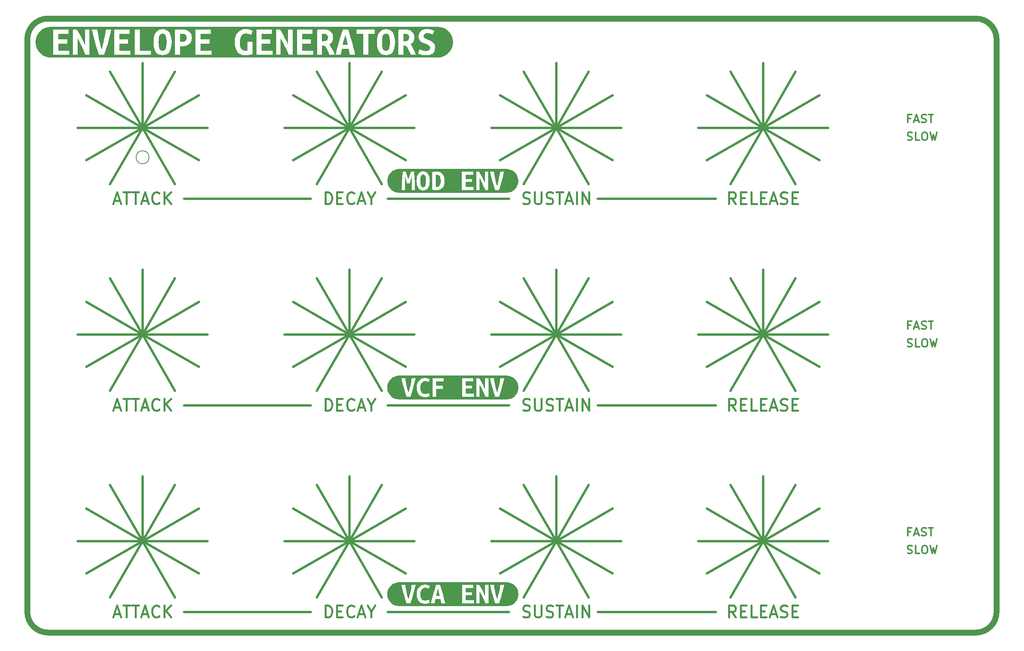
<source format=gto>
G04 #@! TF.GenerationSoftware,KiCad,Pcbnew,6.0.5+dfsg-1~bpo11+1*
G04 #@! TF.CreationDate,2022-08-10T11:56:57+00:00*
G04 #@! TF.ProjectId,ADSR_pcb_panel,41445352-5f70-4636-925f-70616e656c2e,0*
G04 #@! TF.SameCoordinates,Original*
G04 #@! TF.FileFunction,Legend,Top*
G04 #@! TF.FilePolarity,Positive*
%FSLAX46Y46*%
G04 Gerber Fmt 4.6, Leading zero omitted, Abs format (unit mm)*
G04 Created by KiCad (PCBNEW 6.0.5+dfsg-1~bpo11+1) date 2022-08-10 11:56:57*
%MOMM*%
%LPD*%
G01*
G04 APERTURE LIST*
%ADD10C,0.500000*%
%ADD11C,1.270000*%
%ADD12C,0.350000*%
%ADD13C,0.400000*%
%ADD14C,0.150000*%
%ADD15C,2.000000*%
G04 APERTURE END LIST*
D10*
X114935000Y-155575000D02*
X140970000Y-155575000D01*
X195580000Y-140335000D02*
X195580000Y-126365000D01*
X106680000Y-140335000D02*
X106680000Y-126365000D01*
X151130000Y-95885000D02*
X163228375Y-88900000D01*
D11*
X41910000Y-27940000D02*
X241300000Y-27939999D01*
D10*
X195580000Y-140335000D02*
X207678375Y-147320000D01*
X106680000Y-95885000D02*
X118778375Y-102870000D01*
X62230000Y-51435000D02*
X55245000Y-39336625D01*
X151130000Y-95885000D02*
X151130000Y-81915000D01*
X106680000Y-140335000D02*
X94581625Y-133350000D01*
X195580000Y-140335000D02*
X202565000Y-152433375D01*
X151130000Y-51435000D02*
X144145000Y-63533375D01*
X195580000Y-95885000D02*
X188595000Y-107983375D01*
X151130000Y-95885000D02*
X163228375Y-102870000D01*
X195580000Y-51435000D02*
X195580000Y-37465000D01*
X62230000Y-51435000D02*
X69215000Y-39336625D01*
X106680000Y-95885000D02*
X106680000Y-81915000D01*
X151130000Y-95885000D02*
X139031625Y-102870000D01*
X106680000Y-95885000D02*
X118778375Y-88900000D01*
X195580000Y-51435000D02*
X188595000Y-39336625D01*
X160020000Y-155575000D02*
X185420000Y-155575000D01*
X62230000Y-95885000D02*
X69215000Y-107983375D01*
X106680000Y-140335000D02*
X120650000Y-140335000D01*
X62230000Y-140335000D02*
X48260000Y-140335000D01*
X151130000Y-95885000D02*
X158115000Y-107983375D01*
X195580000Y-140335000D02*
X188595000Y-152433375D01*
X151130000Y-140335000D02*
X158115000Y-152433375D01*
X62230000Y-95885000D02*
X62230000Y-81915000D01*
X106680000Y-95885000D02*
X113665000Y-83786625D01*
X62230000Y-140335000D02*
X74328375Y-133350000D01*
X62230000Y-95885000D02*
X55245000Y-83786625D01*
X151130000Y-95885000D02*
X144145000Y-83786625D01*
X62230000Y-140335000D02*
X50131625Y-147320000D01*
X62230000Y-95885000D02*
X74328375Y-88900000D01*
X62230000Y-51435000D02*
X74328375Y-44450000D01*
X62230000Y-140335000D02*
X50131625Y-133350000D01*
X106680000Y-140335000D02*
X99695000Y-152433375D01*
X106680000Y-140335000D02*
X94581625Y-147320000D01*
X151130000Y-51435000D02*
X137160000Y-51435000D01*
X195580000Y-95885000D02*
X181610000Y-95885000D01*
X151130000Y-51435000D02*
X158115000Y-39336625D01*
X106680000Y-140335000D02*
X113665000Y-128236625D01*
D11*
X37465000Y-155575000D02*
G75*
G03*
X41910000Y-160020000I4445000J0D01*
G01*
D10*
X151130000Y-140335000D02*
X163228375Y-133350000D01*
X151130000Y-51435000D02*
X163228375Y-58420000D01*
X62230000Y-140335000D02*
X62230000Y-126365000D01*
X106680000Y-95885000D02*
X94581625Y-88900000D01*
X62230000Y-140335000D02*
X69215000Y-128236625D01*
X106680000Y-95885000D02*
X120650000Y-95885000D01*
X62230000Y-140335000D02*
X74328375Y-147320000D01*
X62230000Y-95885000D02*
X76200000Y-95885000D01*
X151130000Y-51435000D02*
X158115000Y-63533375D01*
X195580000Y-51435000D02*
X207678375Y-58420000D01*
X151130000Y-140335000D02*
X165100000Y-140335000D01*
X106680000Y-51435000D02*
X118778375Y-44450000D01*
X106680000Y-51435000D02*
X94581625Y-44450000D01*
X195580000Y-95885000D02*
X207678375Y-102870000D01*
X195580000Y-140335000D02*
X202565000Y-128236625D01*
X62230000Y-95885000D02*
X48260000Y-95885000D01*
X151130000Y-140335000D02*
X151130000Y-126365000D01*
X62230000Y-51435000D02*
X76200000Y-51435000D01*
X106680000Y-140335000D02*
X99695000Y-128236625D01*
X106680000Y-140335000D02*
X118778375Y-133350000D01*
X62230000Y-140335000D02*
X76200000Y-140335000D01*
X151130000Y-51435000D02*
X151130000Y-37465000D01*
X106680000Y-95885000D02*
X92710000Y-95885000D01*
X62230000Y-95885000D02*
X74328375Y-102870000D01*
X195580000Y-140335000D02*
X207678375Y-133350000D01*
X195580000Y-95885000D02*
X202565000Y-83786625D01*
X195580000Y-140335000D02*
X188595000Y-128236625D01*
X151130000Y-51435000D02*
X163228375Y-44450000D01*
X106680000Y-51435000D02*
X94581625Y-58420000D01*
X62230000Y-51435000D02*
X50131625Y-58420000D01*
X151130000Y-140335000D02*
X139031625Y-147320000D01*
X106680000Y-51435000D02*
X106680000Y-37465000D01*
X151130000Y-95885000D02*
X137160000Y-95885000D01*
X62230000Y-95885000D02*
X50131625Y-102870000D01*
X195580000Y-51435000D02*
X202565000Y-63533375D01*
X195580000Y-95885000D02*
X188595000Y-83786625D01*
X106680000Y-51435000D02*
X99695000Y-39336625D01*
D11*
X37465000Y-155575000D02*
X37465000Y-32385000D01*
D10*
X151130000Y-51435000D02*
X165100000Y-51435000D01*
X62230000Y-51435000D02*
X62230000Y-37465000D01*
X195580000Y-95885000D02*
X183481625Y-88900000D01*
X106680000Y-95885000D02*
X94581625Y-102870000D01*
X195580000Y-140335000D02*
X181610000Y-140335000D01*
X62230000Y-95885000D02*
X69215000Y-83786625D01*
X195580000Y-51435000D02*
X207678375Y-44450000D01*
X106680000Y-51435000D02*
X113665000Y-39336625D01*
X106680000Y-51435000D02*
X99695000Y-63533375D01*
X160020000Y-111125000D02*
X185420000Y-111125000D01*
X71120000Y-155575000D02*
X98425000Y-155575000D01*
X62230000Y-140335000D02*
X69215000Y-152433375D01*
X195580000Y-95885000D02*
X183481625Y-102870000D01*
X151130000Y-140335000D02*
X139031625Y-133350000D01*
X62230000Y-140335000D02*
X55245000Y-152433375D01*
X195580000Y-140335000D02*
X183481625Y-133350000D01*
X151130000Y-95885000D02*
X158115000Y-83786625D01*
X114935000Y-111125000D02*
X140970000Y-111125000D01*
X160020000Y-66675000D02*
X185420000Y-66675000D01*
X106680000Y-51435000D02*
X118778375Y-58420000D01*
X106680000Y-51435000D02*
X92710000Y-51435000D01*
X106680000Y-95885000D02*
X113665000Y-107983375D01*
X62230000Y-51435000D02*
X74328375Y-58420000D01*
X195580000Y-51435000D02*
X188595000Y-63533375D01*
D11*
X41910000Y-27940000D02*
G75*
G03*
X37465000Y-32385000I0J-4445000D01*
G01*
D10*
X106680000Y-51435000D02*
X113665000Y-63533375D01*
D11*
X245745001Y-32384999D02*
G75*
G03*
X241300000Y-27939999I-4445001J-1D01*
G01*
D10*
X106680000Y-95885000D02*
X99695000Y-83786625D01*
D11*
X241299999Y-160019999D02*
G75*
G03*
X245744999Y-155574999I1J4444999D01*
G01*
D10*
X62230000Y-95885000D02*
X55245000Y-107983375D01*
D11*
X245744999Y-155574999D02*
X245745000Y-32384999D01*
D10*
X62230000Y-51435000D02*
X55245000Y-63533375D01*
X62230000Y-140335000D02*
X55245000Y-128236625D01*
X195580000Y-140335000D02*
X183481625Y-147320000D01*
X71120000Y-111125000D02*
X98425000Y-111125000D01*
X151130000Y-51435000D02*
X139031625Y-58420000D01*
X195580000Y-51435000D02*
X183481625Y-58420000D01*
X106680000Y-51435000D02*
X120650000Y-51435000D01*
X106680000Y-140335000D02*
X118778375Y-147320000D01*
X195580000Y-95885000D02*
X195580000Y-81915000D01*
X151130000Y-140335000D02*
X137160000Y-140335000D01*
X62230000Y-51435000D02*
X48260000Y-51435000D01*
X151130000Y-140335000D02*
X144145000Y-152433375D01*
X71120000Y-66675000D02*
X98425000Y-66675000D01*
X106680000Y-95885000D02*
X99695000Y-107983375D01*
X106680000Y-140335000D02*
X92710000Y-140335000D01*
X151130000Y-95885000D02*
X165100000Y-95885000D01*
X195580000Y-95885000D02*
X202565000Y-107983375D01*
X195580000Y-51435000D02*
X183481625Y-44450000D01*
X195580000Y-51435000D02*
X202565000Y-39336625D01*
X151130000Y-95885000D02*
X139031625Y-88900000D01*
X62230000Y-51435000D02*
X50131625Y-44450000D01*
X195580000Y-51435000D02*
X209550000Y-51435000D01*
D11*
X41910000Y-160020000D02*
X241300000Y-160019999D01*
D10*
X62230000Y-95885000D02*
X50131625Y-88900000D01*
X106680000Y-140335000D02*
X113665000Y-152433375D01*
X151130000Y-51435000D02*
X139031625Y-44450000D01*
X195580000Y-51435000D02*
X181610000Y-51435000D01*
X151130000Y-95885000D02*
X144145000Y-107983375D01*
X151130000Y-140335000D02*
X144145000Y-128236625D01*
X151130000Y-140335000D02*
X158115000Y-128236625D01*
X114935000Y-66675000D02*
X140970000Y-66675000D01*
X195580000Y-95885000D02*
X209550000Y-95885000D01*
X151130000Y-140335000D02*
X163228375Y-147320000D01*
X151130000Y-51435000D02*
X144145000Y-39336625D01*
X195580000Y-95885000D02*
X207678375Y-88900000D01*
X62230000Y-51435000D02*
X69215000Y-63533375D01*
X195580000Y-140335000D02*
X209550000Y-140335000D01*
D12*
X226620833Y-98498333D02*
X226870833Y-98581666D01*
X227287500Y-98581666D01*
X227454166Y-98498333D01*
X227537500Y-98415000D01*
X227620833Y-98248333D01*
X227620833Y-98081666D01*
X227537500Y-97915000D01*
X227454166Y-97831666D01*
X227287500Y-97748333D01*
X226954166Y-97665000D01*
X226787500Y-97581666D01*
X226704166Y-97498333D01*
X226620833Y-97331666D01*
X226620833Y-97165000D01*
X226704166Y-96998333D01*
X226787500Y-96915000D01*
X226954166Y-96831666D01*
X227370833Y-96831666D01*
X227620833Y-96915000D01*
X229204166Y-98581666D02*
X228370833Y-98581666D01*
X228370833Y-96831666D01*
X230120833Y-96831666D02*
X230454166Y-96831666D01*
X230620833Y-96915000D01*
X230787500Y-97081666D01*
X230870833Y-97415000D01*
X230870833Y-97998333D01*
X230787500Y-98331666D01*
X230620833Y-98498333D01*
X230454166Y-98581666D01*
X230120833Y-98581666D01*
X229954166Y-98498333D01*
X229787500Y-98331666D01*
X229704166Y-97998333D01*
X229704166Y-97415000D01*
X229787500Y-97081666D01*
X229954166Y-96915000D01*
X230120833Y-96831666D01*
X231454166Y-96831666D02*
X231870833Y-98581666D01*
X232204166Y-97331666D01*
X232537500Y-98581666D01*
X232954166Y-96831666D01*
X227287500Y-138305000D02*
X226704166Y-138305000D01*
X226704166Y-139221666D02*
X226704166Y-137471666D01*
X227537500Y-137471666D01*
X228120833Y-138721666D02*
X228954166Y-138721666D01*
X227954166Y-139221666D02*
X228537500Y-137471666D01*
X229120833Y-139221666D01*
X229620833Y-139138333D02*
X229870833Y-139221666D01*
X230287500Y-139221666D01*
X230454166Y-139138333D01*
X230537500Y-139055000D01*
X230620833Y-138888333D01*
X230620833Y-138721666D01*
X230537500Y-138555000D01*
X230454166Y-138471666D01*
X230287500Y-138388333D01*
X229954166Y-138305000D01*
X229787500Y-138221666D01*
X229704166Y-138138333D01*
X229620833Y-137971666D01*
X229620833Y-137805000D01*
X229704166Y-137638333D01*
X229787500Y-137555000D01*
X229954166Y-137471666D01*
X230370833Y-137471666D01*
X230620833Y-137555000D01*
X231120833Y-137471666D02*
X232120833Y-137471666D01*
X231620833Y-139221666D02*
X231620833Y-137471666D01*
D13*
X143987142Y-67686904D02*
X144344285Y-67805952D01*
X144939523Y-67805952D01*
X145177619Y-67686904D01*
X145296666Y-67567857D01*
X145415714Y-67329761D01*
X145415714Y-67091666D01*
X145296666Y-66853571D01*
X145177619Y-66734523D01*
X144939523Y-66615476D01*
X144463333Y-66496428D01*
X144225238Y-66377380D01*
X144106190Y-66258333D01*
X143987142Y-66020238D01*
X143987142Y-65782142D01*
X144106190Y-65544047D01*
X144225238Y-65425000D01*
X144463333Y-65305952D01*
X145058571Y-65305952D01*
X145415714Y-65425000D01*
X146487142Y-65305952D02*
X146487142Y-67329761D01*
X146606190Y-67567857D01*
X146725238Y-67686904D01*
X146963333Y-67805952D01*
X147439523Y-67805952D01*
X147677619Y-67686904D01*
X147796666Y-67567857D01*
X147915714Y-67329761D01*
X147915714Y-65305952D01*
X148987142Y-67686904D02*
X149344285Y-67805952D01*
X149939523Y-67805952D01*
X150177619Y-67686904D01*
X150296666Y-67567857D01*
X150415714Y-67329761D01*
X150415714Y-67091666D01*
X150296666Y-66853571D01*
X150177619Y-66734523D01*
X149939523Y-66615476D01*
X149463333Y-66496428D01*
X149225238Y-66377380D01*
X149106190Y-66258333D01*
X148987142Y-66020238D01*
X148987142Y-65782142D01*
X149106190Y-65544047D01*
X149225238Y-65425000D01*
X149463333Y-65305952D01*
X150058571Y-65305952D01*
X150415714Y-65425000D01*
X151130000Y-65305952D02*
X152558571Y-65305952D01*
X151844285Y-67805952D02*
X151844285Y-65305952D01*
X153272857Y-67091666D02*
X154463333Y-67091666D01*
X153034761Y-67805952D02*
X153868095Y-65305952D01*
X154701428Y-67805952D01*
X155534761Y-67805952D02*
X155534761Y-65305952D01*
X156725238Y-67805952D02*
X156725238Y-65305952D01*
X158153809Y-67805952D01*
X158153809Y-65305952D01*
X56158571Y-111541666D02*
X57349047Y-111541666D01*
X55920476Y-112255952D02*
X56753809Y-109755952D01*
X57587142Y-112255952D01*
X58063333Y-109755952D02*
X59491904Y-109755952D01*
X58777619Y-112255952D02*
X58777619Y-109755952D01*
X59968095Y-109755952D02*
X61396666Y-109755952D01*
X60682380Y-112255952D02*
X60682380Y-109755952D01*
X62110952Y-111541666D02*
X63301428Y-111541666D01*
X61872857Y-112255952D02*
X62706190Y-109755952D01*
X63539523Y-112255952D01*
X65801428Y-112017857D02*
X65682380Y-112136904D01*
X65325238Y-112255952D01*
X65087142Y-112255952D01*
X64730000Y-112136904D01*
X64491904Y-111898809D01*
X64372857Y-111660714D01*
X64253809Y-111184523D01*
X64253809Y-110827380D01*
X64372857Y-110351190D01*
X64491904Y-110113095D01*
X64730000Y-109875000D01*
X65087142Y-109755952D01*
X65325238Y-109755952D01*
X65682380Y-109875000D01*
X65801428Y-109994047D01*
X66872857Y-112255952D02*
X66872857Y-109755952D01*
X68301428Y-112255952D02*
X67230000Y-110827380D01*
X68301428Y-109755952D02*
X66872857Y-111184523D01*
X189687142Y-67805952D02*
X188853809Y-66615476D01*
X188258571Y-67805952D02*
X188258571Y-65305952D01*
X189210952Y-65305952D01*
X189449047Y-65425000D01*
X189568095Y-65544047D01*
X189687142Y-65782142D01*
X189687142Y-66139285D01*
X189568095Y-66377380D01*
X189449047Y-66496428D01*
X189210952Y-66615476D01*
X188258571Y-66615476D01*
X190758571Y-66496428D02*
X191591904Y-66496428D01*
X191949047Y-67805952D02*
X190758571Y-67805952D01*
X190758571Y-65305952D01*
X191949047Y-65305952D01*
X194210952Y-67805952D02*
X193020476Y-67805952D01*
X193020476Y-65305952D01*
X195044285Y-66496428D02*
X195877619Y-66496428D01*
X196234761Y-67805952D02*
X195044285Y-67805952D01*
X195044285Y-65305952D01*
X196234761Y-65305952D01*
X197187142Y-67091666D02*
X198377619Y-67091666D01*
X196949047Y-67805952D02*
X197782380Y-65305952D01*
X198615714Y-67805952D01*
X199330000Y-67686904D02*
X199687142Y-67805952D01*
X200282380Y-67805952D01*
X200520476Y-67686904D01*
X200639523Y-67567857D01*
X200758571Y-67329761D01*
X200758571Y-67091666D01*
X200639523Y-66853571D01*
X200520476Y-66734523D01*
X200282380Y-66615476D01*
X199806190Y-66496428D01*
X199568095Y-66377380D01*
X199449047Y-66258333D01*
X199330000Y-66020238D01*
X199330000Y-65782142D01*
X199449047Y-65544047D01*
X199568095Y-65425000D01*
X199806190Y-65305952D01*
X200401428Y-65305952D01*
X200758571Y-65425000D01*
X201830000Y-66496428D02*
X202663333Y-66496428D01*
X203020476Y-67805952D02*
X201830000Y-67805952D01*
X201830000Y-65305952D01*
X203020476Y-65305952D01*
X101501428Y-156705952D02*
X101501428Y-154205952D01*
X102096666Y-154205952D01*
X102453809Y-154325000D01*
X102691904Y-154563095D01*
X102810952Y-154801190D01*
X102930000Y-155277380D01*
X102930000Y-155634523D01*
X102810952Y-156110714D01*
X102691904Y-156348809D01*
X102453809Y-156586904D01*
X102096666Y-156705952D01*
X101501428Y-156705952D01*
X104001428Y-155396428D02*
X104834761Y-155396428D01*
X105191904Y-156705952D02*
X104001428Y-156705952D01*
X104001428Y-154205952D01*
X105191904Y-154205952D01*
X107691904Y-156467857D02*
X107572857Y-156586904D01*
X107215714Y-156705952D01*
X106977619Y-156705952D01*
X106620476Y-156586904D01*
X106382380Y-156348809D01*
X106263333Y-156110714D01*
X106144285Y-155634523D01*
X106144285Y-155277380D01*
X106263333Y-154801190D01*
X106382380Y-154563095D01*
X106620476Y-154325000D01*
X106977619Y-154205952D01*
X107215714Y-154205952D01*
X107572857Y-154325000D01*
X107691904Y-154444047D01*
X108644285Y-155991666D02*
X109834761Y-155991666D01*
X108406190Y-156705952D02*
X109239523Y-154205952D01*
X110072857Y-156705952D01*
X111382380Y-155515476D02*
X111382380Y-156705952D01*
X110549047Y-154205952D02*
X111382380Y-155515476D01*
X112215714Y-154205952D01*
D12*
X227287500Y-93855000D02*
X226704166Y-93855000D01*
X226704166Y-94771666D02*
X226704166Y-93021666D01*
X227537500Y-93021666D01*
X228120833Y-94271666D02*
X228954166Y-94271666D01*
X227954166Y-94771666D02*
X228537500Y-93021666D01*
X229120833Y-94771666D01*
X229620833Y-94688333D02*
X229870833Y-94771666D01*
X230287500Y-94771666D01*
X230454166Y-94688333D01*
X230537500Y-94605000D01*
X230620833Y-94438333D01*
X230620833Y-94271666D01*
X230537500Y-94105000D01*
X230454166Y-94021666D01*
X230287500Y-93938333D01*
X229954166Y-93855000D01*
X229787500Y-93771666D01*
X229704166Y-93688333D01*
X229620833Y-93521666D01*
X229620833Y-93355000D01*
X229704166Y-93188333D01*
X229787500Y-93105000D01*
X229954166Y-93021666D01*
X230370833Y-93021666D01*
X230620833Y-93105000D01*
X231120833Y-93021666D02*
X232120833Y-93021666D01*
X231620833Y-94771666D02*
X231620833Y-93021666D01*
X227287500Y-49405000D02*
X226704166Y-49405000D01*
X226704166Y-50321666D02*
X226704166Y-48571666D01*
X227537500Y-48571666D01*
X228120833Y-49821666D02*
X228954166Y-49821666D01*
X227954166Y-50321666D02*
X228537500Y-48571666D01*
X229120833Y-50321666D01*
X229620833Y-50238333D02*
X229870833Y-50321666D01*
X230287500Y-50321666D01*
X230454166Y-50238333D01*
X230537500Y-50155000D01*
X230620833Y-49988333D01*
X230620833Y-49821666D01*
X230537500Y-49655000D01*
X230454166Y-49571666D01*
X230287500Y-49488333D01*
X229954166Y-49405000D01*
X229787500Y-49321666D01*
X229704166Y-49238333D01*
X229620833Y-49071666D01*
X229620833Y-48905000D01*
X229704166Y-48738333D01*
X229787500Y-48655000D01*
X229954166Y-48571666D01*
X230370833Y-48571666D01*
X230620833Y-48655000D01*
X231120833Y-48571666D02*
X232120833Y-48571666D01*
X231620833Y-50321666D02*
X231620833Y-48571666D01*
D13*
X143987142Y-112136904D02*
X144344285Y-112255952D01*
X144939523Y-112255952D01*
X145177619Y-112136904D01*
X145296666Y-112017857D01*
X145415714Y-111779761D01*
X145415714Y-111541666D01*
X145296666Y-111303571D01*
X145177619Y-111184523D01*
X144939523Y-111065476D01*
X144463333Y-110946428D01*
X144225238Y-110827380D01*
X144106190Y-110708333D01*
X143987142Y-110470238D01*
X143987142Y-110232142D01*
X144106190Y-109994047D01*
X144225238Y-109875000D01*
X144463333Y-109755952D01*
X145058571Y-109755952D01*
X145415714Y-109875000D01*
X146487142Y-109755952D02*
X146487142Y-111779761D01*
X146606190Y-112017857D01*
X146725238Y-112136904D01*
X146963333Y-112255952D01*
X147439523Y-112255952D01*
X147677619Y-112136904D01*
X147796666Y-112017857D01*
X147915714Y-111779761D01*
X147915714Y-109755952D01*
X148987142Y-112136904D02*
X149344285Y-112255952D01*
X149939523Y-112255952D01*
X150177619Y-112136904D01*
X150296666Y-112017857D01*
X150415714Y-111779761D01*
X150415714Y-111541666D01*
X150296666Y-111303571D01*
X150177619Y-111184523D01*
X149939523Y-111065476D01*
X149463333Y-110946428D01*
X149225238Y-110827380D01*
X149106190Y-110708333D01*
X148987142Y-110470238D01*
X148987142Y-110232142D01*
X149106190Y-109994047D01*
X149225238Y-109875000D01*
X149463333Y-109755952D01*
X150058571Y-109755952D01*
X150415714Y-109875000D01*
X151130000Y-109755952D02*
X152558571Y-109755952D01*
X151844285Y-112255952D02*
X151844285Y-109755952D01*
X153272857Y-111541666D02*
X154463333Y-111541666D01*
X153034761Y-112255952D02*
X153868095Y-109755952D01*
X154701428Y-112255952D01*
X155534761Y-112255952D02*
X155534761Y-109755952D01*
X156725238Y-112255952D02*
X156725238Y-109755952D01*
X158153809Y-112255952D01*
X158153809Y-109755952D01*
D12*
X226620833Y-142948333D02*
X226870833Y-143031666D01*
X227287500Y-143031666D01*
X227454166Y-142948333D01*
X227537500Y-142865000D01*
X227620833Y-142698333D01*
X227620833Y-142531666D01*
X227537500Y-142365000D01*
X227454166Y-142281666D01*
X227287500Y-142198333D01*
X226954166Y-142115000D01*
X226787500Y-142031666D01*
X226704166Y-141948333D01*
X226620833Y-141781666D01*
X226620833Y-141615000D01*
X226704166Y-141448333D01*
X226787500Y-141365000D01*
X226954166Y-141281666D01*
X227370833Y-141281666D01*
X227620833Y-141365000D01*
X229204166Y-143031666D02*
X228370833Y-143031666D01*
X228370833Y-141281666D01*
X230120833Y-141281666D02*
X230454166Y-141281666D01*
X230620833Y-141365000D01*
X230787500Y-141531666D01*
X230870833Y-141865000D01*
X230870833Y-142448333D01*
X230787500Y-142781666D01*
X230620833Y-142948333D01*
X230454166Y-143031666D01*
X230120833Y-143031666D01*
X229954166Y-142948333D01*
X229787500Y-142781666D01*
X229704166Y-142448333D01*
X229704166Y-141865000D01*
X229787500Y-141531666D01*
X229954166Y-141365000D01*
X230120833Y-141281666D01*
X231454166Y-141281666D02*
X231870833Y-143031666D01*
X232204166Y-141781666D01*
X232537500Y-143031666D01*
X232954166Y-141281666D01*
D13*
X189687142Y-112255952D02*
X188853809Y-111065476D01*
X188258571Y-112255952D02*
X188258571Y-109755952D01*
X189210952Y-109755952D01*
X189449047Y-109875000D01*
X189568095Y-109994047D01*
X189687142Y-110232142D01*
X189687142Y-110589285D01*
X189568095Y-110827380D01*
X189449047Y-110946428D01*
X189210952Y-111065476D01*
X188258571Y-111065476D01*
X190758571Y-110946428D02*
X191591904Y-110946428D01*
X191949047Y-112255952D02*
X190758571Y-112255952D01*
X190758571Y-109755952D01*
X191949047Y-109755952D01*
X194210952Y-112255952D02*
X193020476Y-112255952D01*
X193020476Y-109755952D01*
X195044285Y-110946428D02*
X195877619Y-110946428D01*
X196234761Y-112255952D02*
X195044285Y-112255952D01*
X195044285Y-109755952D01*
X196234761Y-109755952D01*
X197187142Y-111541666D02*
X198377619Y-111541666D01*
X196949047Y-112255952D02*
X197782380Y-109755952D01*
X198615714Y-112255952D01*
X199330000Y-112136904D02*
X199687142Y-112255952D01*
X200282380Y-112255952D01*
X200520476Y-112136904D01*
X200639523Y-112017857D01*
X200758571Y-111779761D01*
X200758571Y-111541666D01*
X200639523Y-111303571D01*
X200520476Y-111184523D01*
X200282380Y-111065476D01*
X199806190Y-110946428D01*
X199568095Y-110827380D01*
X199449047Y-110708333D01*
X199330000Y-110470238D01*
X199330000Y-110232142D01*
X199449047Y-109994047D01*
X199568095Y-109875000D01*
X199806190Y-109755952D01*
X200401428Y-109755952D01*
X200758571Y-109875000D01*
X201830000Y-110946428D02*
X202663333Y-110946428D01*
X203020476Y-112255952D02*
X201830000Y-112255952D01*
X201830000Y-109755952D01*
X203020476Y-109755952D01*
D12*
X226620833Y-54048333D02*
X226870833Y-54131666D01*
X227287500Y-54131666D01*
X227454166Y-54048333D01*
X227537500Y-53965000D01*
X227620833Y-53798333D01*
X227620833Y-53631666D01*
X227537500Y-53465000D01*
X227454166Y-53381666D01*
X227287500Y-53298333D01*
X226954166Y-53215000D01*
X226787500Y-53131666D01*
X226704166Y-53048333D01*
X226620833Y-52881666D01*
X226620833Y-52715000D01*
X226704166Y-52548333D01*
X226787500Y-52465000D01*
X226954166Y-52381666D01*
X227370833Y-52381666D01*
X227620833Y-52465000D01*
X229204166Y-54131666D02*
X228370833Y-54131666D01*
X228370833Y-52381666D01*
X230120833Y-52381666D02*
X230454166Y-52381666D01*
X230620833Y-52465000D01*
X230787500Y-52631666D01*
X230870833Y-52965000D01*
X230870833Y-53548333D01*
X230787500Y-53881666D01*
X230620833Y-54048333D01*
X230454166Y-54131666D01*
X230120833Y-54131666D01*
X229954166Y-54048333D01*
X229787500Y-53881666D01*
X229704166Y-53548333D01*
X229704166Y-52965000D01*
X229787500Y-52631666D01*
X229954166Y-52465000D01*
X230120833Y-52381666D01*
X231454166Y-52381666D02*
X231870833Y-54131666D01*
X232204166Y-52881666D01*
X232537500Y-54131666D01*
X232954166Y-52381666D01*
D13*
X101501428Y-112255952D02*
X101501428Y-109755952D01*
X102096666Y-109755952D01*
X102453809Y-109875000D01*
X102691904Y-110113095D01*
X102810952Y-110351190D01*
X102930000Y-110827380D01*
X102930000Y-111184523D01*
X102810952Y-111660714D01*
X102691904Y-111898809D01*
X102453809Y-112136904D01*
X102096666Y-112255952D01*
X101501428Y-112255952D01*
X104001428Y-110946428D02*
X104834761Y-110946428D01*
X105191904Y-112255952D02*
X104001428Y-112255952D01*
X104001428Y-109755952D01*
X105191904Y-109755952D01*
X107691904Y-112017857D02*
X107572857Y-112136904D01*
X107215714Y-112255952D01*
X106977619Y-112255952D01*
X106620476Y-112136904D01*
X106382380Y-111898809D01*
X106263333Y-111660714D01*
X106144285Y-111184523D01*
X106144285Y-110827380D01*
X106263333Y-110351190D01*
X106382380Y-110113095D01*
X106620476Y-109875000D01*
X106977619Y-109755952D01*
X107215714Y-109755952D01*
X107572857Y-109875000D01*
X107691904Y-109994047D01*
X108644285Y-111541666D02*
X109834761Y-111541666D01*
X108406190Y-112255952D02*
X109239523Y-109755952D01*
X110072857Y-112255952D01*
X111382380Y-111065476D02*
X111382380Y-112255952D01*
X110549047Y-109755952D02*
X111382380Y-111065476D01*
X112215714Y-109755952D01*
X189687142Y-156705952D02*
X188853809Y-155515476D01*
X188258571Y-156705952D02*
X188258571Y-154205952D01*
X189210952Y-154205952D01*
X189449047Y-154325000D01*
X189568095Y-154444047D01*
X189687142Y-154682142D01*
X189687142Y-155039285D01*
X189568095Y-155277380D01*
X189449047Y-155396428D01*
X189210952Y-155515476D01*
X188258571Y-155515476D01*
X190758571Y-155396428D02*
X191591904Y-155396428D01*
X191949047Y-156705952D02*
X190758571Y-156705952D01*
X190758571Y-154205952D01*
X191949047Y-154205952D01*
X194210952Y-156705952D02*
X193020476Y-156705952D01*
X193020476Y-154205952D01*
X195044285Y-155396428D02*
X195877619Y-155396428D01*
X196234761Y-156705952D02*
X195044285Y-156705952D01*
X195044285Y-154205952D01*
X196234761Y-154205952D01*
X197187142Y-155991666D02*
X198377619Y-155991666D01*
X196949047Y-156705952D02*
X197782380Y-154205952D01*
X198615714Y-156705952D01*
X199330000Y-156586904D02*
X199687142Y-156705952D01*
X200282380Y-156705952D01*
X200520476Y-156586904D01*
X200639523Y-156467857D01*
X200758571Y-156229761D01*
X200758571Y-155991666D01*
X200639523Y-155753571D01*
X200520476Y-155634523D01*
X200282380Y-155515476D01*
X199806190Y-155396428D01*
X199568095Y-155277380D01*
X199449047Y-155158333D01*
X199330000Y-154920238D01*
X199330000Y-154682142D01*
X199449047Y-154444047D01*
X199568095Y-154325000D01*
X199806190Y-154205952D01*
X200401428Y-154205952D01*
X200758571Y-154325000D01*
X201830000Y-155396428D02*
X202663333Y-155396428D01*
X203020476Y-156705952D02*
X201830000Y-156705952D01*
X201830000Y-154205952D01*
X203020476Y-154205952D01*
X143987142Y-156586904D02*
X144344285Y-156705952D01*
X144939523Y-156705952D01*
X145177619Y-156586904D01*
X145296666Y-156467857D01*
X145415714Y-156229761D01*
X145415714Y-155991666D01*
X145296666Y-155753571D01*
X145177619Y-155634523D01*
X144939523Y-155515476D01*
X144463333Y-155396428D01*
X144225238Y-155277380D01*
X144106190Y-155158333D01*
X143987142Y-154920238D01*
X143987142Y-154682142D01*
X144106190Y-154444047D01*
X144225238Y-154325000D01*
X144463333Y-154205952D01*
X145058571Y-154205952D01*
X145415714Y-154325000D01*
X146487142Y-154205952D02*
X146487142Y-156229761D01*
X146606190Y-156467857D01*
X146725238Y-156586904D01*
X146963333Y-156705952D01*
X147439523Y-156705952D01*
X147677619Y-156586904D01*
X147796666Y-156467857D01*
X147915714Y-156229761D01*
X147915714Y-154205952D01*
X148987142Y-156586904D02*
X149344285Y-156705952D01*
X149939523Y-156705952D01*
X150177619Y-156586904D01*
X150296666Y-156467857D01*
X150415714Y-156229761D01*
X150415714Y-155991666D01*
X150296666Y-155753571D01*
X150177619Y-155634523D01*
X149939523Y-155515476D01*
X149463333Y-155396428D01*
X149225238Y-155277380D01*
X149106190Y-155158333D01*
X148987142Y-154920238D01*
X148987142Y-154682142D01*
X149106190Y-154444047D01*
X149225238Y-154325000D01*
X149463333Y-154205952D01*
X150058571Y-154205952D01*
X150415714Y-154325000D01*
X151130000Y-154205952D02*
X152558571Y-154205952D01*
X151844285Y-156705952D02*
X151844285Y-154205952D01*
X153272857Y-155991666D02*
X154463333Y-155991666D01*
X153034761Y-156705952D02*
X153868095Y-154205952D01*
X154701428Y-156705952D01*
X155534761Y-156705952D02*
X155534761Y-154205952D01*
X156725238Y-156705952D02*
X156725238Y-154205952D01*
X158153809Y-156705952D01*
X158153809Y-154205952D01*
X56158571Y-155991666D02*
X57349047Y-155991666D01*
X55920476Y-156705952D02*
X56753809Y-154205952D01*
X57587142Y-156705952D01*
X58063333Y-154205952D02*
X59491904Y-154205952D01*
X58777619Y-156705952D02*
X58777619Y-154205952D01*
X59968095Y-154205952D02*
X61396666Y-154205952D01*
X60682380Y-156705952D02*
X60682380Y-154205952D01*
X62110952Y-155991666D02*
X63301428Y-155991666D01*
X61872857Y-156705952D02*
X62706190Y-154205952D01*
X63539523Y-156705952D01*
X65801428Y-156467857D02*
X65682380Y-156586904D01*
X65325238Y-156705952D01*
X65087142Y-156705952D01*
X64730000Y-156586904D01*
X64491904Y-156348809D01*
X64372857Y-156110714D01*
X64253809Y-155634523D01*
X64253809Y-155277380D01*
X64372857Y-154801190D01*
X64491904Y-154563095D01*
X64730000Y-154325000D01*
X65087142Y-154205952D01*
X65325238Y-154205952D01*
X65682380Y-154325000D01*
X65801428Y-154444047D01*
X66872857Y-156705952D02*
X66872857Y-154205952D01*
X68301428Y-156705952D02*
X67230000Y-155277380D01*
X68301428Y-154205952D02*
X66872857Y-155634523D01*
X101501428Y-67805952D02*
X101501428Y-65305952D01*
X102096666Y-65305952D01*
X102453809Y-65425000D01*
X102691904Y-65663095D01*
X102810952Y-65901190D01*
X102930000Y-66377380D01*
X102930000Y-66734523D01*
X102810952Y-67210714D01*
X102691904Y-67448809D01*
X102453809Y-67686904D01*
X102096666Y-67805952D01*
X101501428Y-67805952D01*
X104001428Y-66496428D02*
X104834761Y-66496428D01*
X105191904Y-67805952D02*
X104001428Y-67805952D01*
X104001428Y-65305952D01*
X105191904Y-65305952D01*
X107691904Y-67567857D02*
X107572857Y-67686904D01*
X107215714Y-67805952D01*
X106977619Y-67805952D01*
X106620476Y-67686904D01*
X106382380Y-67448809D01*
X106263333Y-67210714D01*
X106144285Y-66734523D01*
X106144285Y-66377380D01*
X106263333Y-65901190D01*
X106382380Y-65663095D01*
X106620476Y-65425000D01*
X106977619Y-65305952D01*
X107215714Y-65305952D01*
X107572857Y-65425000D01*
X107691904Y-65544047D01*
X108644285Y-67091666D02*
X109834761Y-67091666D01*
X108406190Y-67805952D02*
X109239523Y-65305952D01*
X110072857Y-67805952D01*
X111382380Y-66615476D02*
X111382380Y-67805952D01*
X110549047Y-65305952D02*
X111382380Y-66615476D01*
X112215714Y-65305952D01*
X56158571Y-67091666D02*
X57349047Y-67091666D01*
X55920476Y-67805952D02*
X56753809Y-65305952D01*
X57587142Y-67805952D01*
X58063333Y-65305952D02*
X59491904Y-65305952D01*
X58777619Y-67805952D02*
X58777619Y-65305952D01*
X59968095Y-65305952D02*
X61396666Y-65305952D01*
X60682380Y-67805952D02*
X60682380Y-65305952D01*
X62110952Y-67091666D02*
X63301428Y-67091666D01*
X61872857Y-67805952D02*
X62706190Y-65305952D01*
X63539523Y-67805952D01*
X65801428Y-67567857D02*
X65682380Y-67686904D01*
X65325238Y-67805952D01*
X65087142Y-67805952D01*
X64730000Y-67686904D01*
X64491904Y-67448809D01*
X64372857Y-67210714D01*
X64253809Y-66734523D01*
X64253809Y-66377380D01*
X64372857Y-65901190D01*
X64491904Y-65663095D01*
X64730000Y-65425000D01*
X65087142Y-65305952D01*
X65325238Y-65305952D01*
X65682380Y-65425000D01*
X65801428Y-65544047D01*
X66872857Y-67805952D02*
X66872857Y-65305952D01*
X68301428Y-67805952D02*
X67230000Y-66377380D01*
X68301428Y-65305952D02*
X66872857Y-66734523D01*
D14*
X63630000Y-57785000D02*
G75*
G03*
X63630000Y-57785000I-1400000J0D01*
G01*
G36*
X118976624Y-31245373D02*
G01*
X119280035Y-31395987D01*
X119476488Y-31653559D01*
X119541972Y-32024637D01*
X119297497Y-32631459D01*
X118976624Y-32791896D01*
X118502954Y-32845375D01*
X118267210Y-32845375D01*
X118267210Y-31221362D01*
X118441835Y-31199534D01*
X118590266Y-31195169D01*
X118976624Y-31245373D01*
G37*
G36*
X101514124Y-31245373D02*
G01*
X101817535Y-31395987D01*
X102013988Y-31653559D01*
X102079472Y-32024637D01*
X101834997Y-32631459D01*
X101514124Y-32791896D01*
X101040454Y-32845375D01*
X100804710Y-32845375D01*
X100804710Y-31221362D01*
X100979335Y-31199534D01*
X101127766Y-31195169D01*
X101514124Y-31245373D01*
G37*
G36*
X114984260Y-31282481D02*
G01*
X115241832Y-31684119D01*
X115364069Y-32282209D01*
X115386989Y-32639099D01*
X115394629Y-33020000D01*
X115386989Y-33399809D01*
X115364069Y-33753425D01*
X115241832Y-34351516D01*
X114979894Y-34757519D01*
X114538966Y-34905950D01*
X114093672Y-34757519D01*
X113836101Y-34355881D01*
X113713863Y-33757791D01*
X113690943Y-33400901D01*
X113683304Y-33020000D01*
X113690943Y-32640191D01*
X113713863Y-32286575D01*
X113836101Y-31688484D01*
X114093672Y-31282481D01*
X114538966Y-31134050D01*
X114984260Y-31282481D01*
G37*
G36*
X71163208Y-31244282D02*
G01*
X71463344Y-31391622D01*
X71656523Y-31656834D01*
X71720916Y-32059562D01*
X71655432Y-32484120D01*
X71458979Y-32762428D01*
X71133740Y-32916316D01*
X70681897Y-32967612D01*
X70245335Y-32967612D01*
X70245335Y-31221362D01*
X70511638Y-31199534D01*
X70777941Y-31195169D01*
X71163208Y-31244282D01*
G37*
G36*
X42543592Y-36352824D02*
G01*
X41893390Y-36288785D01*
X41268176Y-36099128D01*
X40691974Y-35791142D01*
X40613437Y-35726688D01*
X43056222Y-35726688D01*
X46522529Y-35726688D01*
X47273416Y-35726688D01*
X48242585Y-35726688D01*
X48242585Y-32138144D01*
X48567096Y-32737205D01*
X48877056Y-33335295D01*
X49172463Y-33932416D01*
X49453318Y-34529536D01*
X49719621Y-35127627D01*
X49971372Y-35726688D01*
X50835766Y-35726688D01*
X50835766Y-30322044D01*
X51350910Y-30322044D01*
X51451319Y-30810994D01*
X51595385Y-31422181D01*
X51710831Y-31879602D01*
X51835979Y-32355455D01*
X51970829Y-32849741D01*
X52113439Y-33353728D01*
X52261870Y-33858685D01*
X52416122Y-34364613D01*
X52645318Y-35084941D01*
X52861416Y-35726688D01*
X53970285Y-35726688D01*
X56153097Y-35726688D01*
X59619404Y-35726688D01*
X60588572Y-35726688D01*
X63985029Y-35726688D01*
X63985029Y-34836100D01*
X61671247Y-34836100D01*
X61671247Y-33020000D01*
X64570022Y-33020000D01*
X64601400Y-33675662D01*
X64695534Y-34245649D01*
X64852424Y-34729961D01*
X65072069Y-35128597D01*
X65456729Y-35523928D01*
X65941314Y-35761127D01*
X66525822Y-35840194D01*
X67096264Y-35761127D01*
X67165565Y-35726688D01*
X69171391Y-35726688D01*
X70245335Y-35726688D01*
X73615597Y-35726688D01*
X77081904Y-35726688D01*
X77081904Y-34836100D01*
X74689541Y-34836100D01*
X74689541Y-33316863D01*
X76601685Y-33316863D01*
X76601685Y-33020000D01*
X82032522Y-33020000D01*
X82071813Y-33675935D01*
X82189685Y-34246741D01*
X82379590Y-34731325D01*
X82634979Y-35128597D01*
X82952578Y-35438556D01*
X83329113Y-35661203D01*
X83760218Y-35795446D01*
X84241529Y-35840194D01*
X84775226Y-35818366D01*
X85223794Y-35752881D01*
X85323473Y-35726688D01*
X86712472Y-35726688D01*
X90178779Y-35726688D01*
X90929666Y-35726688D01*
X91898835Y-35726688D01*
X91898835Y-32138144D01*
X92223346Y-32737205D01*
X92533306Y-33335295D01*
X92828713Y-33932416D01*
X93109568Y-34529536D01*
X93375871Y-35127627D01*
X93627622Y-35726688D01*
X94492016Y-35726688D01*
X95443722Y-35726688D01*
X98910029Y-35726688D01*
X99730766Y-35726688D01*
X100804710Y-35726688D01*
X100804710Y-33735963D01*
X101363510Y-33735963D01*
X101659281Y-34230370D01*
X101935407Y-34718228D01*
X102185339Y-35212635D01*
X102402529Y-35726688D01*
X103528860Y-35726688D01*
X103703485Y-35726688D01*
X104821085Y-35726688D01*
X105065560Y-34478119D01*
X106506216Y-34478119D01*
X106759422Y-35726688D01*
X107911947Y-35726688D01*
X107767882Y-35113928D01*
X107622070Y-34518981D01*
X107474512Y-33941845D01*
X107325207Y-33382522D01*
X107174157Y-32841009D01*
X106983979Y-32184256D01*
X106793256Y-31545510D01*
X106690685Y-31212631D01*
X108208810Y-31212631D01*
X109632004Y-31212631D01*
X109632004Y-35726688D01*
X110714679Y-35726688D01*
X110714679Y-33020000D01*
X112591897Y-33020000D01*
X112623275Y-33675662D01*
X112717409Y-34245649D01*
X112874299Y-34729961D01*
X113093944Y-35128597D01*
X113478604Y-35523928D01*
X113963189Y-35761127D01*
X114547697Y-35840194D01*
X115118139Y-35761127D01*
X115187440Y-35726688D01*
X117193266Y-35726688D01*
X118267210Y-35726688D01*
X118267210Y-33735963D01*
X118826010Y-33735963D01*
X119121781Y-34230370D01*
X119397907Y-34718228D01*
X119647839Y-35212635D01*
X119865029Y-35726688D01*
X120991360Y-35726688D01*
X120862190Y-35429825D01*
X121436654Y-35429825D01*
X122039110Y-35696128D01*
X122508415Y-35804177D01*
X123113054Y-35840194D01*
X123725696Y-35794112D01*
X124224833Y-35655867D01*
X124610463Y-35425459D01*
X124980450Y-34924504D01*
X125103779Y-34251106D01*
X125066671Y-33844012D01*
X124955347Y-33513316D01*
X124575538Y-33024366D01*
X124069126Y-32710041D01*
X123540885Y-32496125D01*
X123204732Y-32365156D01*
X122899138Y-32203628D01*
X122676491Y-31994078D01*
X122589179Y-31719044D01*
X122684252Y-31374644D01*
X122969473Y-31168005D01*
X123444841Y-31099125D01*
X124060394Y-31186437D01*
X124544979Y-31395987D01*
X124859304Y-30566519D01*
X124235019Y-30313312D01*
X123832290Y-30228183D01*
X123366260Y-30199806D01*
X122831228Y-30247343D01*
X122378659Y-30389953D01*
X122008551Y-30627637D01*
X121638564Y-31138416D01*
X121515235Y-31815087D01*
X121654935Y-32456834D01*
X122008551Y-32889031D01*
X122484404Y-33177163D01*
X122990816Y-33377981D01*
X123357529Y-33530778D01*
X123689316Y-33714134D01*
X123933791Y-33945513D01*
X124029835Y-34242375D01*
X123990544Y-34499947D01*
X123846479Y-34726959D01*
X123562713Y-34884122D01*
X123113054Y-34940875D01*
X122677583Y-34910316D01*
X122314144Y-34818638D01*
X121750979Y-34556700D01*
X121436654Y-35429825D01*
X120862190Y-35429825D01*
X120742519Y-35154791D01*
X120441291Y-34552334D01*
X120118235Y-33976072D01*
X119803910Y-33474025D01*
X120185902Y-33227367D01*
X120441291Y-32889031D01*
X120585357Y-32483028D01*
X120633379Y-32033369D01*
X120597362Y-31608812D01*
X120489313Y-31243191D01*
X120074579Y-30688756D01*
X119777716Y-30498852D01*
X119428466Y-30365700D01*
X119031194Y-30287119D01*
X118590266Y-30260925D01*
X118284672Y-30269656D01*
X117917960Y-30291484D01*
X117538151Y-30335141D01*
X117193266Y-30400625D01*
X117193266Y-35726688D01*
X115187440Y-35726688D01*
X115595447Y-35523928D01*
X115979622Y-35128597D01*
X116201178Y-34729961D01*
X116359432Y-34245649D01*
X116454384Y-33675662D01*
X116486035Y-33020000D01*
X116454930Y-32364338D01*
X116361615Y-31794351D01*
X116206089Y-31310039D01*
X115988354Y-30911403D01*
X115606119Y-30516072D01*
X115122990Y-30278873D01*
X114538966Y-30199806D01*
X113972405Y-30278873D01*
X113495097Y-30516072D01*
X113107041Y-30911403D01*
X112881666Y-31310039D01*
X112720683Y-31794351D01*
X112624094Y-32364338D01*
X112591897Y-33020000D01*
X110714679Y-33020000D01*
X110714679Y-31212631D01*
X112137872Y-31212631D01*
X112137872Y-30322044D01*
X108208810Y-30322044D01*
X108208810Y-31212631D01*
X106690685Y-31212631D01*
X106601987Y-30924773D01*
X106410172Y-30322044D01*
X105240185Y-30322044D01*
X105055192Y-30919862D01*
X104866924Y-31534596D01*
X104675382Y-32166247D01*
X104480566Y-32814816D01*
X104323753Y-33351788D01*
X104167638Y-33911461D01*
X104012222Y-34493835D01*
X103857504Y-35098911D01*
X103703485Y-35726688D01*
X103528860Y-35726688D01*
X103280019Y-35154791D01*
X102978791Y-34552334D01*
X102655735Y-33976072D01*
X102341410Y-33474025D01*
X102723402Y-33227367D01*
X102978791Y-32889031D01*
X103122857Y-32483028D01*
X103170879Y-32033369D01*
X103134862Y-31608812D01*
X103026813Y-31243191D01*
X102612079Y-30688756D01*
X102315216Y-30498852D01*
X101965966Y-30365700D01*
X101568694Y-30287119D01*
X101127766Y-30260925D01*
X100822172Y-30269656D01*
X100455460Y-30291484D01*
X100075651Y-30335141D01*
X99730766Y-30400625D01*
X99730766Y-35726688D01*
X98910029Y-35726688D01*
X98910029Y-34836100D01*
X96517666Y-34836100D01*
X96517666Y-33316863D01*
X98429810Y-33316863D01*
X98429810Y-32426275D01*
X96517666Y-32426275D01*
X96517666Y-31212631D01*
X98717941Y-31212631D01*
X98717941Y-30322044D01*
X95443722Y-30322044D01*
X95443722Y-35726688D01*
X94492016Y-35726688D01*
X94492016Y-30322044D01*
X93522847Y-30322044D01*
X93522847Y-33648650D01*
X93368959Y-33308131D01*
X93186694Y-32915225D01*
X92981510Y-32489577D01*
X92758863Y-32050831D01*
X92524211Y-31604446D01*
X92283010Y-31155878D01*
X92038535Y-30722590D01*
X91794060Y-30322044D01*
X90929666Y-30322044D01*
X90929666Y-35726688D01*
X90178779Y-35726688D01*
X90178779Y-34836100D01*
X87786416Y-34836100D01*
X87786416Y-33316863D01*
X89698560Y-33316863D01*
X89698560Y-32426275D01*
X87786416Y-32426275D01*
X87786416Y-31212631D01*
X89986691Y-31212631D01*
X89986691Y-30322044D01*
X86712472Y-30322044D01*
X86712472Y-35726688D01*
X85323473Y-35726688D01*
X85821885Y-35595719D01*
X85821885Y-32897762D01*
X84747941Y-32897762D01*
X84747941Y-34871025D01*
X84538391Y-34897219D01*
X84328841Y-34905950D01*
X83807149Y-34791352D01*
X83429522Y-34447559D01*
X83259748Y-34085213D01*
X83157884Y-33609359D01*
X83123929Y-33020000D01*
X83142483Y-32619454D01*
X83198144Y-32256016D01*
X83442619Y-31662291D01*
X83874816Y-31273750D01*
X84520929Y-31134050D01*
X85097191Y-31230094D01*
X85568679Y-31448375D01*
X85848079Y-30592712D01*
X85669088Y-30487937D01*
X85367860Y-30356969D01*
X84935663Y-30247828D01*
X84372497Y-30199806D01*
X83898827Y-30244554D01*
X83455716Y-30378797D01*
X83056261Y-30602535D01*
X82713560Y-30915769D01*
X82431977Y-31316315D01*
X82215879Y-31801991D01*
X82078361Y-32370613D01*
X82032522Y-33020000D01*
X76601685Y-33020000D01*
X76601685Y-32426275D01*
X74689541Y-32426275D01*
X74689541Y-31212631D01*
X76889816Y-31212631D01*
X76889816Y-30322044D01*
X73615597Y-30322044D01*
X73615597Y-35726688D01*
X70245335Y-35726688D01*
X70245335Y-33901856D01*
X70629510Y-33901856D01*
X71275137Y-33853834D01*
X71815020Y-33709769D01*
X72249157Y-33469659D01*
X72566877Y-33121865D01*
X72757510Y-32654743D01*
X72821054Y-32068294D01*
X72757995Y-31487666D01*
X72568818Y-31026365D01*
X72253522Y-30684391D01*
X71823751Y-30449132D01*
X71291145Y-30307977D01*
X70655704Y-30260925D01*
X70315185Y-30269656D01*
X69922279Y-30291484D01*
X69525007Y-30330775D01*
X69171391Y-30391894D01*
X69171391Y-35726688D01*
X67165565Y-35726688D01*
X67573572Y-35523928D01*
X67957747Y-35128597D01*
X68179303Y-34729961D01*
X68337557Y-34245649D01*
X68432509Y-33675662D01*
X68464160Y-33020000D01*
X68433055Y-32364338D01*
X68339740Y-31794351D01*
X68184214Y-31310039D01*
X67966479Y-30911403D01*
X67584244Y-30516072D01*
X67101115Y-30278873D01*
X66517091Y-30199806D01*
X65950530Y-30278873D01*
X65473222Y-30516072D01*
X65085166Y-30911403D01*
X64859791Y-31310039D01*
X64698808Y-31794351D01*
X64602219Y-32364338D01*
X64570022Y-33020000D01*
X61671247Y-33020000D01*
X61671247Y-30322044D01*
X60588572Y-30322044D01*
X60588572Y-35726688D01*
X59619404Y-35726688D01*
X59619404Y-34836100D01*
X57227041Y-34836100D01*
X57227041Y-33316863D01*
X59139185Y-33316863D01*
X59139185Y-32426275D01*
X57227041Y-32426275D01*
X57227041Y-31212631D01*
X59427316Y-31212631D01*
X59427316Y-30322044D01*
X56153097Y-30322044D01*
X56153097Y-35726688D01*
X53970285Y-35726688D01*
X54137149Y-35261506D01*
X54300132Y-34785653D01*
X54459235Y-34299128D01*
X54612032Y-33810178D01*
X54756097Y-33327049D01*
X54891432Y-32849741D01*
X55076971Y-32154515D01*
X55240682Y-31492031D01*
X55381473Y-30876478D01*
X55498254Y-30322044D01*
X54371922Y-30322044D01*
X54293341Y-30776069D01*
X54197297Y-31299944D01*
X54088157Y-31866384D01*
X53970285Y-32448103D01*
X53843682Y-33033097D01*
X53708347Y-33609359D01*
X53568647Y-34149605D01*
X53428947Y-34626550D01*
X53288156Y-34143057D01*
X53145182Y-33600628D01*
X53005482Y-33024366D01*
X52874513Y-32439372D01*
X52753367Y-31858744D01*
X52643135Y-31295578D01*
X52551457Y-30774977D01*
X52485972Y-30322044D01*
X51350910Y-30322044D01*
X50835766Y-30322044D01*
X49866597Y-30322044D01*
X49866597Y-33648650D01*
X49712709Y-33308131D01*
X49530444Y-32915225D01*
X49325260Y-32489577D01*
X49102613Y-32050831D01*
X48867961Y-31604446D01*
X48626760Y-31155878D01*
X48382285Y-30722590D01*
X48137810Y-30322044D01*
X47273416Y-30322044D01*
X47273416Y-35726688D01*
X46522529Y-35726688D01*
X46522529Y-34836100D01*
X44130166Y-34836100D01*
X44130166Y-33316863D01*
X46042310Y-33316863D01*
X46042310Y-32426275D01*
X44130166Y-32426275D01*
X44130166Y-31212631D01*
X46330441Y-31212631D01*
X46330441Y-30322044D01*
X43056222Y-30322044D01*
X43056222Y-35726688D01*
X40613437Y-35726688D01*
X40186930Y-35376662D01*
X39772450Y-34871618D01*
X39464464Y-34295417D01*
X39274808Y-33670202D01*
X39210768Y-33020000D01*
X39274808Y-32369798D01*
X39464464Y-31744583D01*
X39772450Y-31168382D01*
X40186930Y-30663338D01*
X40691974Y-30248858D01*
X41268176Y-29940872D01*
X41893390Y-29751215D01*
X42543592Y-29687176D01*
X125616409Y-29687176D01*
X126266610Y-29751216D01*
X126891825Y-29940872D01*
X127468026Y-30248859D01*
X127973071Y-30663338D01*
X128387550Y-31168383D01*
X128695536Y-31744584D01*
X128885193Y-32369798D01*
X128949232Y-33020000D01*
X128885193Y-33670202D01*
X128695536Y-34295416D01*
X128387550Y-34871617D01*
X127973071Y-35376662D01*
X127468026Y-35791141D01*
X126891825Y-36099128D01*
X126266610Y-36288784D01*
X125616409Y-36352824D01*
X42543592Y-36352824D01*
G37*
G36*
X105960513Y-31950422D02*
G01*
X106100213Y-32491759D01*
X106218085Y-33028731D01*
X106322860Y-33587531D01*
X105266379Y-33587531D01*
X105375519Y-33028731D01*
X105497757Y-32491759D01*
X105637457Y-31950422D01*
X105798985Y-31369794D01*
X105960513Y-31950422D01*
G37*
G36*
X66962385Y-31282481D02*
G01*
X67219957Y-31684119D01*
X67342194Y-32282209D01*
X67365114Y-32639099D01*
X67372754Y-33020000D01*
X67365114Y-33399809D01*
X67342194Y-33753425D01*
X67219957Y-34351516D01*
X66958019Y-34757519D01*
X66517091Y-34905950D01*
X66071797Y-34757519D01*
X65814226Y-34355881D01*
X65691988Y-33757791D01*
X65669068Y-33400901D01*
X65661429Y-33020000D01*
X65669068Y-32640191D01*
X65691988Y-32286575D01*
X65814226Y-31688484D01*
X66071797Y-31282481D01*
X66517091Y-31134050D01*
X66962385Y-31282481D01*
G37*
G36*
X125885575Y-61648975D02*
G01*
X126145925Y-61944250D01*
X126279275Y-62369700D01*
X126317375Y-62865000D01*
X126305468Y-63145194D01*
X126269750Y-63401575D01*
X126111000Y-63823850D01*
X125818900Y-64103250D01*
X125371225Y-64204850D01*
X125301375Y-64204850D01*
X125231525Y-64198500D01*
X125231525Y-61556900D01*
X125345825Y-61541025D01*
X125460125Y-61537850D01*
X125885575Y-61648975D01*
G37*
G36*
X115966690Y-64996622D02*
G01*
X115767926Y-64833500D01*
X117903625Y-64833500D01*
X118621175Y-64833500D01*
X118589425Y-61779150D01*
X119052975Y-63442850D01*
X119624475Y-63442850D01*
X120107075Y-61779150D01*
X120068975Y-64833500D01*
X120786525Y-64833500D01*
X120772237Y-64331056D01*
X120754775Y-63839725D01*
X120733343Y-63355538D01*
X120707150Y-62874525D01*
X120706522Y-62865000D01*
X121104025Y-62865000D01*
X121126845Y-63341845D01*
X121195306Y-63756381D01*
X121309407Y-64108608D01*
X121469150Y-64398525D01*
X121748902Y-64686039D01*
X122101327Y-64858547D01*
X122526425Y-64916050D01*
X122941291Y-64858547D01*
X123081138Y-64789050D01*
X124450475Y-64789050D01*
X124879100Y-64862075D01*
X125288675Y-64884300D01*
X125672056Y-64856519D01*
X125768736Y-64833500D01*
X130857625Y-64833500D01*
X133378575Y-64833500D01*
X133924675Y-64833500D01*
X134629525Y-64833500D01*
X134629525Y-62223650D01*
X134865533Y-62659331D01*
X135090958Y-63094306D01*
X135305800Y-63528575D01*
X135510058Y-63962844D01*
X135703733Y-64397819D01*
X135886825Y-64833500D01*
X136515475Y-64833500D01*
X136515475Y-60902850D01*
X136890125Y-60902850D01*
X136963150Y-61258450D01*
X137067925Y-61702950D01*
X137151886Y-62035619D01*
X137242902Y-62381694D01*
X137340975Y-62741175D01*
X137444691Y-63107711D01*
X137552641Y-63474953D01*
X137664825Y-63842900D01*
X137831512Y-64366775D01*
X137988675Y-64833500D01*
X138795125Y-64833500D01*
X138916480Y-64495186D01*
X139035013Y-64149111D01*
X139150725Y-63795275D01*
X139261850Y-63439675D01*
X139366625Y-63088308D01*
X139465050Y-62741175D01*
X139599987Y-62235556D01*
X139719050Y-61753750D01*
X139821443Y-61306075D01*
X139906375Y-60902850D01*
X139087225Y-60902850D01*
X139030075Y-61233050D01*
X138960225Y-61614050D01*
X138880850Y-62026006D01*
X138795125Y-62449075D01*
X138703050Y-62874525D01*
X138604625Y-63293625D01*
X138503025Y-63686531D01*
X138401425Y-64033400D01*
X138299031Y-63681769D01*
X138195050Y-63287275D01*
X138093450Y-62868175D01*
X137998200Y-62442725D01*
X137910093Y-62020450D01*
X137829925Y-61610875D01*
X137763250Y-61232256D01*
X137715625Y-60902850D01*
X136890125Y-60902850D01*
X136515475Y-60902850D01*
X135810625Y-60902850D01*
X135810625Y-63322200D01*
X135698706Y-63074550D01*
X135566150Y-62788800D01*
X135416925Y-62479237D01*
X135255000Y-62160150D01*
X135084343Y-61835506D01*
X134908925Y-61509275D01*
X134731125Y-61194156D01*
X134553325Y-60902850D01*
X133924675Y-60902850D01*
X133924675Y-64833500D01*
X133378575Y-64833500D01*
X133378575Y-64185800D01*
X131638675Y-64185800D01*
X131638675Y-63080900D01*
X133029325Y-63080900D01*
X133029325Y-62433200D01*
X131638675Y-62433200D01*
X131638675Y-61550550D01*
X133238875Y-61550550D01*
X133238875Y-60902850D01*
X130857625Y-60902850D01*
X130857625Y-64833500D01*
X125768736Y-64833500D01*
X126022100Y-64773175D01*
X126332456Y-64629506D01*
X126596775Y-64420750D01*
X126811881Y-64143731D01*
X126974600Y-63795275D01*
X127076993Y-63370619D01*
X127111125Y-62865000D01*
X127080168Y-62370494D01*
X126987300Y-61953775D01*
X126838868Y-61609287D01*
X126641225Y-61331475D01*
X126394368Y-61119544D01*
X126098300Y-60972700D01*
X125760956Y-60886975D01*
X125390275Y-60858400D01*
X124952125Y-60877450D01*
X124450475Y-60953650D01*
X124450475Y-64789050D01*
X123081138Y-64789050D01*
X123288425Y-64686039D01*
X123567825Y-64398525D01*
X123728956Y-64108608D01*
X123844050Y-63756381D01*
X123913106Y-63341845D01*
X123936125Y-62865000D01*
X123913503Y-62388155D01*
X123845637Y-61973619D01*
X123732528Y-61621392D01*
X123574175Y-61331475D01*
X123296186Y-61043961D01*
X122944819Y-60871453D01*
X122520075Y-60813950D01*
X122108030Y-60871453D01*
X121760897Y-61043961D01*
X121478675Y-61331475D01*
X121314765Y-61621392D01*
X121197687Y-61973619D01*
X121127440Y-62388155D01*
X121104025Y-62865000D01*
X120706522Y-62865000D01*
X120675400Y-62392719D01*
X120637300Y-61906150D01*
X120595231Y-61410850D01*
X120551575Y-60902850D01*
X119903875Y-60902850D01*
X119789575Y-61239400D01*
X119649875Y-61674375D01*
X119491125Y-62156975D01*
X119332375Y-62642750D01*
X119186325Y-62185550D01*
X119033925Y-61696600D01*
X118891050Y-61245750D01*
X118779925Y-60902850D01*
X118132225Y-60902850D01*
X118090156Y-61333062D01*
X118052850Y-61798200D01*
X118020306Y-62288737D01*
X117992525Y-62795150D01*
X117967918Y-63311088D01*
X117944900Y-63830200D01*
X117923468Y-64341375D01*
X117903625Y-64833500D01*
X115767926Y-64833500D01*
X115578199Y-64677795D01*
X115259373Y-64289304D01*
X115022463Y-63846078D01*
X114876575Y-63365149D01*
X114827315Y-62865000D01*
X114876575Y-62364851D01*
X115022463Y-61883922D01*
X115259373Y-61440696D01*
X115578199Y-61052205D01*
X115966690Y-60733378D01*
X116409917Y-60496469D01*
X116890845Y-60350580D01*
X117390994Y-60301320D01*
X140419005Y-60301320D01*
X140919154Y-60350580D01*
X141400083Y-60496468D01*
X141843309Y-60733378D01*
X142231800Y-61052204D01*
X142550627Y-61440696D01*
X142787536Y-61883922D01*
X142933425Y-62364851D01*
X142982685Y-62865000D01*
X142933425Y-63365149D01*
X142787536Y-63846078D01*
X142550627Y-64289304D01*
X142231800Y-64677796D01*
X141843309Y-64996622D01*
X141400083Y-65233532D01*
X140919154Y-65379420D01*
X140419005Y-65428680D01*
X117390994Y-65428680D01*
X116890845Y-65379420D01*
X116409917Y-65233531D01*
X115966690Y-64996622D01*
G37*
G36*
X122843925Y-61601350D02*
G01*
X123031250Y-61893450D01*
X123120150Y-62328425D01*
X123136818Y-62587981D01*
X123142375Y-62865000D01*
X123136818Y-63141225D01*
X123120150Y-63398400D01*
X123031250Y-63833375D01*
X122840750Y-64128650D01*
X122520075Y-64236600D01*
X122196225Y-64128650D01*
X122008900Y-63836550D01*
X121920000Y-63401575D01*
X121903331Y-63142019D01*
X121897775Y-62865000D01*
X121903331Y-62588775D01*
X121920000Y-62331600D01*
X122008900Y-61896625D01*
X122196225Y-61601350D01*
X122520075Y-61493400D01*
X122843925Y-61601350D01*
G37*
G36*
X115934940Y-109446622D02*
G01*
X115546449Y-109127795D01*
X115227623Y-108739304D01*
X114990713Y-108296078D01*
X114844825Y-107815149D01*
X114795565Y-107315000D01*
X114844825Y-106814851D01*
X114990713Y-106333922D01*
X115227623Y-105890696D01*
X115546449Y-105502205D01*
X115728438Y-105352850D01*
X117871875Y-105352850D01*
X117944900Y-105708450D01*
X118049675Y-106152950D01*
X118133636Y-106485619D01*
X118224652Y-106831694D01*
X118322725Y-107191175D01*
X118426441Y-107557711D01*
X118534391Y-107924953D01*
X118646575Y-108292900D01*
X118813262Y-108816775D01*
X118970425Y-109283500D01*
X119776875Y-109283500D01*
X119898230Y-108945186D01*
X120016763Y-108599111D01*
X120132475Y-108245275D01*
X120243600Y-107889675D01*
X120348375Y-107538308D01*
X120411691Y-107315000D01*
X121135775Y-107315000D01*
X121163159Y-107778947D01*
X121245312Y-108186538D01*
X121382234Y-108537772D01*
X121573925Y-108832650D01*
X121909769Y-109128983D01*
X122333102Y-109306783D01*
X122843925Y-109366050D01*
X123190793Y-109344619D01*
X123479787Y-109283500D01*
X124539375Y-109283500D01*
X125320425Y-109283500D01*
X130889375Y-109283500D01*
X133410325Y-109283500D01*
X133956425Y-109283500D01*
X134661275Y-109283500D01*
X134661275Y-106673650D01*
X134897283Y-107109331D01*
X135122708Y-107544306D01*
X135337550Y-107978575D01*
X135541808Y-108412844D01*
X135735483Y-108847819D01*
X135918575Y-109283500D01*
X136547225Y-109283500D01*
X136547225Y-105352850D01*
X136921875Y-105352850D01*
X136994900Y-105708450D01*
X137099675Y-106152950D01*
X137183636Y-106485619D01*
X137274652Y-106831694D01*
X137372725Y-107191175D01*
X137476441Y-107557711D01*
X137584391Y-107924953D01*
X137696575Y-108292900D01*
X137863262Y-108816775D01*
X138020425Y-109283500D01*
X138826875Y-109283500D01*
X138948230Y-108945186D01*
X139066763Y-108599111D01*
X139182475Y-108245275D01*
X139293600Y-107889675D01*
X139398375Y-107538308D01*
X139496800Y-107191175D01*
X139631737Y-106685556D01*
X139750800Y-106203750D01*
X139853193Y-105756075D01*
X139938125Y-105352850D01*
X139118975Y-105352850D01*
X139061825Y-105683050D01*
X138991975Y-106064050D01*
X138912600Y-106476006D01*
X138826875Y-106899075D01*
X138734800Y-107324525D01*
X138636375Y-107743625D01*
X138534775Y-108136531D01*
X138433175Y-108483400D01*
X138330781Y-108131769D01*
X138226800Y-107737275D01*
X138125200Y-107318175D01*
X138029950Y-106892725D01*
X137941843Y-106470450D01*
X137861675Y-106060875D01*
X137795000Y-105682256D01*
X137747375Y-105352850D01*
X136921875Y-105352850D01*
X136547225Y-105352850D01*
X135842375Y-105352850D01*
X135842375Y-107772200D01*
X135730456Y-107524550D01*
X135597900Y-107238800D01*
X135448675Y-106929237D01*
X135286750Y-106610150D01*
X135116093Y-106285506D01*
X134940675Y-105959275D01*
X134762875Y-105644156D01*
X134585075Y-105352850D01*
X133956425Y-105352850D01*
X133956425Y-109283500D01*
X133410325Y-109283500D01*
X133410325Y-108635800D01*
X131670425Y-108635800D01*
X131670425Y-107530900D01*
X133061075Y-107530900D01*
X133061075Y-106883200D01*
X131670425Y-106883200D01*
X131670425Y-106000550D01*
X133270625Y-106000550D01*
X133270625Y-105352850D01*
X130889375Y-105352850D01*
X130889375Y-109283500D01*
X125320425Y-109283500D01*
X125320425Y-107600750D01*
X126742825Y-107600750D01*
X126742825Y-106953050D01*
X125320425Y-106953050D01*
X125320425Y-106000550D01*
X126946025Y-106000550D01*
X126946025Y-105352850D01*
X124539375Y-105352850D01*
X124539375Y-109283500D01*
X123479787Y-109283500D01*
X123494800Y-109280325D01*
X123942475Y-109093000D01*
X123745625Y-108477050D01*
X123424950Y-108616750D01*
X122920125Y-108686600D01*
X122466893Y-108596906D01*
X122161300Y-108327825D01*
X122032536Y-108053717D01*
X121955277Y-107709758D01*
X121929525Y-107295950D01*
X121950956Y-106940350D01*
X122015250Y-106648250D01*
X122237500Y-106232325D01*
X122548650Y-106010075D01*
X122907425Y-105943400D01*
X123380500Y-106010075D01*
X123732925Y-106172000D01*
X123936125Y-105549700D01*
X123805950Y-105473500D01*
X123593225Y-105378250D01*
X123297950Y-105298875D01*
X122920125Y-105263950D01*
X122547856Y-105298081D01*
X122205750Y-105400475D01*
X121900950Y-105568750D01*
X121640600Y-105800525D01*
X121428668Y-106093419D01*
X121269125Y-106445050D01*
X121169112Y-106853037D01*
X121135775Y-107315000D01*
X120411691Y-107315000D01*
X120446800Y-107191175D01*
X120581737Y-106685556D01*
X120700800Y-106203750D01*
X120803193Y-105756075D01*
X120888125Y-105352850D01*
X120068975Y-105352850D01*
X120011825Y-105683050D01*
X119941975Y-106064050D01*
X119862600Y-106476006D01*
X119776875Y-106899075D01*
X119684800Y-107324525D01*
X119586375Y-107743625D01*
X119484775Y-108136531D01*
X119383175Y-108483400D01*
X119280781Y-108131769D01*
X119176800Y-107737275D01*
X119075200Y-107318175D01*
X118979950Y-106892725D01*
X118891843Y-106470450D01*
X118811675Y-106060875D01*
X118745000Y-105682256D01*
X118697375Y-105352850D01*
X117871875Y-105352850D01*
X115728438Y-105352850D01*
X115934940Y-105183378D01*
X116378167Y-104946469D01*
X116859095Y-104800580D01*
X117359244Y-104751320D01*
X140450755Y-104751320D01*
X140950904Y-104800580D01*
X141431833Y-104946468D01*
X141875059Y-105183378D01*
X142263550Y-105502204D01*
X142582377Y-105890696D01*
X142819286Y-106333922D01*
X142965175Y-106814851D01*
X143014435Y-107315000D01*
X142965175Y-107815149D01*
X142819286Y-108296078D01*
X142582377Y-108739304D01*
X142263550Y-109127796D01*
X141875059Y-109446622D01*
X141431833Y-109683532D01*
X140950904Y-109829420D01*
X140450755Y-109878680D01*
X117359244Y-109878680D01*
X116859095Y-109829420D01*
X116378167Y-109683531D01*
X115934940Y-109446622D01*
G37*
G36*
X115546449Y-153577795D02*
G01*
X115227623Y-153189304D01*
X114990713Y-152746078D01*
X114844825Y-152265149D01*
X114795565Y-151765000D01*
X114844825Y-151264851D01*
X114990713Y-150783922D01*
X115227623Y-150340696D01*
X115546449Y-149952205D01*
X115728438Y-149802850D01*
X117871875Y-149802850D01*
X117944900Y-150158450D01*
X118049675Y-150602950D01*
X118133636Y-150935619D01*
X118224652Y-151281694D01*
X118322725Y-151641175D01*
X118426441Y-152007711D01*
X118534391Y-152374953D01*
X118646575Y-152742900D01*
X118813262Y-153266775D01*
X118970425Y-153733500D01*
X119776875Y-153733500D01*
X119898230Y-153395186D01*
X120016763Y-153049111D01*
X120132475Y-152695275D01*
X120243600Y-152339675D01*
X120348375Y-151988308D01*
X120411691Y-151765000D01*
X121135775Y-151765000D01*
X121163159Y-152228947D01*
X121245312Y-152636538D01*
X121382234Y-152987772D01*
X121573925Y-153282650D01*
X121909769Y-153578983D01*
X122333102Y-153756783D01*
X122843925Y-153816050D01*
X123190793Y-153794619D01*
X123479787Y-153733500D01*
X124196475Y-153733500D01*
X125009275Y-153733500D01*
X125187075Y-152825450D01*
X126234825Y-152825450D01*
X126418975Y-153733500D01*
X127257175Y-153733500D01*
X130889375Y-153733500D01*
X133410325Y-153733500D01*
X133956425Y-153733500D01*
X134661275Y-153733500D01*
X134661275Y-151123650D01*
X134897283Y-151559331D01*
X135122708Y-151994306D01*
X135337550Y-152428575D01*
X135541808Y-152862844D01*
X135735483Y-153297819D01*
X135918575Y-153733500D01*
X136547225Y-153733500D01*
X136547225Y-149802850D01*
X136921875Y-149802850D01*
X136994900Y-150158450D01*
X137099675Y-150602950D01*
X137183636Y-150935619D01*
X137274652Y-151281694D01*
X137372725Y-151641175D01*
X137476441Y-152007711D01*
X137584391Y-152374953D01*
X137696575Y-152742900D01*
X137863262Y-153266775D01*
X138020425Y-153733500D01*
X138826875Y-153733500D01*
X138948230Y-153395186D01*
X139066763Y-153049111D01*
X139182475Y-152695275D01*
X139293600Y-152339675D01*
X139398375Y-151988308D01*
X139496800Y-151641175D01*
X139631737Y-151135556D01*
X139750800Y-150653750D01*
X139853193Y-150206075D01*
X139938125Y-149802850D01*
X139118975Y-149802850D01*
X139061825Y-150133050D01*
X138991975Y-150514050D01*
X138912600Y-150926006D01*
X138826875Y-151349075D01*
X138734800Y-151774525D01*
X138636375Y-152193625D01*
X138534775Y-152586531D01*
X138433175Y-152933400D01*
X138330781Y-152581769D01*
X138226800Y-152187275D01*
X138125200Y-151768175D01*
X138029950Y-151342725D01*
X137941843Y-150920450D01*
X137861675Y-150510875D01*
X137795000Y-150132256D01*
X137747375Y-149802850D01*
X136921875Y-149802850D01*
X136547225Y-149802850D01*
X135842375Y-149802850D01*
X135842375Y-152222200D01*
X135730456Y-151974550D01*
X135597900Y-151688800D01*
X135448675Y-151379237D01*
X135286750Y-151060150D01*
X135116093Y-150735506D01*
X134940675Y-150409275D01*
X134762875Y-150094156D01*
X134585075Y-149802850D01*
X133956425Y-149802850D01*
X133956425Y-153733500D01*
X133410325Y-153733500D01*
X133410325Y-153085800D01*
X131670425Y-153085800D01*
X131670425Y-151980900D01*
X133061075Y-151980900D01*
X133061075Y-151333200D01*
X131670425Y-151333200D01*
X131670425Y-150450550D01*
X133270625Y-150450550D01*
X133270625Y-149802850D01*
X130889375Y-149802850D01*
X130889375Y-153733500D01*
X127257175Y-153733500D01*
X127152400Y-153287857D01*
X127046355Y-152855168D01*
X126939040Y-152435433D01*
X126830455Y-152028652D01*
X126720600Y-151634825D01*
X126582289Y-151157186D01*
X126443581Y-150692644D01*
X126304476Y-150241198D01*
X126164975Y-149802850D01*
X125314075Y-149802850D01*
X125179534Y-150237627D01*
X125042612Y-150684706D01*
X124903309Y-151144089D01*
X124761625Y-151615775D01*
X124647579Y-152006300D01*
X124534041Y-152413335D01*
X124421011Y-152836880D01*
X124308489Y-153276935D01*
X124196475Y-153733500D01*
X123479787Y-153733500D01*
X123494800Y-153730325D01*
X123942475Y-153543000D01*
X123745625Y-152927050D01*
X123424950Y-153066750D01*
X122920125Y-153136600D01*
X122466893Y-153046906D01*
X122161300Y-152777825D01*
X122032536Y-152503717D01*
X121955277Y-152159758D01*
X121929525Y-151745950D01*
X121950956Y-151390350D01*
X122015250Y-151098250D01*
X122237500Y-150682325D01*
X122548650Y-150460075D01*
X122907425Y-150393400D01*
X123380500Y-150460075D01*
X123732925Y-150622000D01*
X123936125Y-149999700D01*
X123805950Y-149923500D01*
X123593225Y-149828250D01*
X123297950Y-149748875D01*
X122920125Y-149713950D01*
X122547856Y-149748081D01*
X122205750Y-149850475D01*
X121900950Y-150018750D01*
X121640600Y-150250525D01*
X121428668Y-150543419D01*
X121269125Y-150895050D01*
X121169112Y-151303037D01*
X121135775Y-151765000D01*
X120411691Y-151765000D01*
X120446800Y-151641175D01*
X120581737Y-151135556D01*
X120700800Y-150653750D01*
X120803193Y-150206075D01*
X120888125Y-149802850D01*
X120068975Y-149802850D01*
X120011825Y-150133050D01*
X119941975Y-150514050D01*
X119862600Y-150926006D01*
X119776875Y-151349075D01*
X119684800Y-151774525D01*
X119586375Y-152193625D01*
X119484775Y-152586531D01*
X119383175Y-152933400D01*
X119280781Y-152581769D01*
X119176800Y-152187275D01*
X119075200Y-151768175D01*
X118979950Y-151342725D01*
X118891843Y-150920450D01*
X118811675Y-150510875D01*
X118745000Y-150132256D01*
X118697375Y-149802850D01*
X117871875Y-149802850D01*
X115728438Y-149802850D01*
X115934940Y-149633378D01*
X116378167Y-149396469D01*
X116859095Y-149250580D01*
X117359244Y-149201320D01*
X140450755Y-149201320D01*
X140950904Y-149250580D01*
X141431833Y-149396468D01*
X141875059Y-149633378D01*
X142263550Y-149952204D01*
X142582377Y-150340696D01*
X142819286Y-150783922D01*
X142965175Y-151264851D01*
X143014435Y-151765000D01*
X142965175Y-152265149D01*
X142819286Y-152746078D01*
X142582377Y-153189304D01*
X142263550Y-153577796D01*
X141875059Y-153896622D01*
X141431833Y-154133532D01*
X140950904Y-154279420D01*
X140450755Y-154328680D01*
X117359244Y-154328680D01*
X116859095Y-154279420D01*
X116378167Y-154133531D01*
X115934940Y-153896622D01*
X115546449Y-153577795D01*
G37*
G36*
X125837950Y-150987125D02*
G01*
X125939550Y-151380825D01*
X126025275Y-151771350D01*
X126101475Y-152177750D01*
X125333125Y-152177750D01*
X125412500Y-151771350D01*
X125501400Y-151380825D01*
X125603000Y-150987125D01*
X125720475Y-150564850D01*
X125837950Y-150987125D01*
G37*
%LPC*%
D15*
X62230000Y-57785000D03*
M02*

</source>
